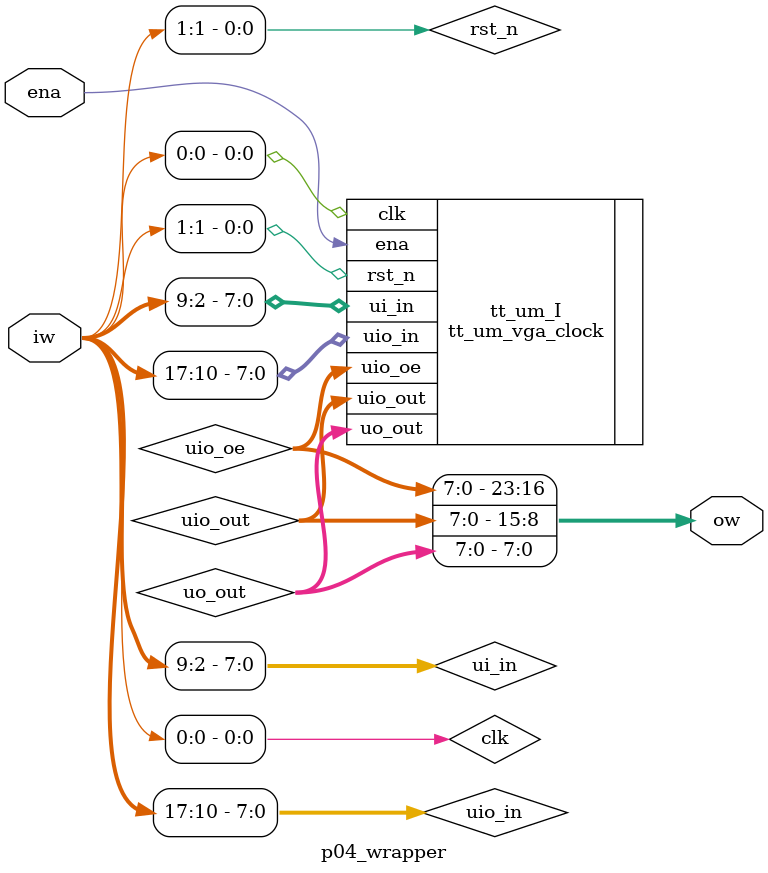
<source format=v>
`default_nettype none

module p04_wrapper (
  input wire ena,
  input wire [17:0] iw,
  output wire [23:0] ow
);

wire [7:0] uio_in;
wire [7:0] uio_out;
wire [7:0] uio_oe;
wire [7:0] uo_out;
wire [7:0] ui_in;
wire clk;
wire rst_n;

assign { uio_in, ui_in, rst_n, clk } = iw;
assign ow = { uio_oe, uio_out, uo_out };

tt_um_vga_clock tt_um_I (
  .uio_in  (uio_in),
  .uio_out (uio_out),
  .uio_oe  (uio_oe),
  .uo_out  (uo_out),
  .ui_in   (ui_in),
  .ena     (ena),
  .clk     (clk),
  .rst_n   (rst_n)
);

endmodule

</source>
